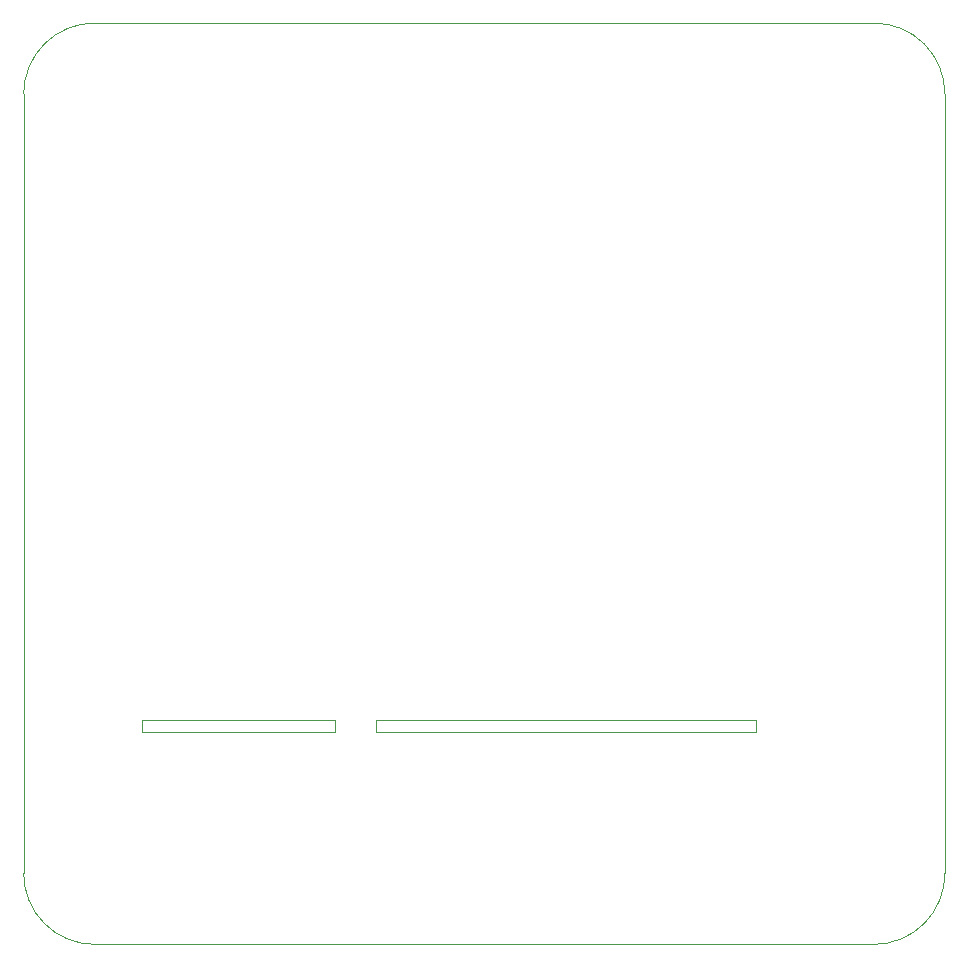
<source format=gm1>
%TF.GenerationSoftware,KiCad,Pcbnew,(6.0.1)*%
%TF.CreationDate,2022-01-24T11:40:52+04:00*%
%TF.ProjectId,BEEIRON v0.0,42454549-524f-44e2-9076-302e302e6b69,rev?*%
%TF.SameCoordinates,Original*%
%TF.FileFunction,Profile,NP*%
%FSLAX46Y46*%
G04 Gerber Fmt 4.6, Leading zero omitted, Abs format (unit mm)*
G04 Created by KiCad (PCBNEW (6.0.1)) date 2022-01-24 11:40:52*
%MOMM*%
%LPD*%
G01*
G04 APERTURE LIST*
%TA.AperFunction,Profile*%
%ADD10C,0.100000*%
%TD*%
G04 APERTURE END LIST*
D10*
X181000000Y-64000000D02*
G75*
G03*
X175000000Y-58000000I-5999999J1D01*
G01*
X181000000Y-130000000D02*
X181000000Y-64000000D01*
X103000000Y-64000000D02*
X103000000Y-130000000D01*
X109000000Y-58000000D02*
G75*
G03*
X103000000Y-64000000I-1J-5999999D01*
G01*
X132800000Y-117000000D02*
X165000000Y-117000000D01*
X129400000Y-117000000D02*
X113000000Y-117000000D01*
X132800000Y-117000000D02*
X132800000Y-118000000D01*
X113000000Y-117000000D02*
X113000000Y-118000000D01*
X165000000Y-118000000D02*
X132800000Y-118000000D01*
X103000000Y-130000000D02*
G75*
G03*
X109000000Y-136000000I5999999J-1D01*
G01*
X175000000Y-58000000D02*
X109000000Y-58000000D01*
X113000000Y-118000000D02*
X129400000Y-118000000D01*
X109000000Y-136000000D02*
X175000000Y-136000000D01*
X175000000Y-136000000D02*
G75*
G03*
X181000000Y-130000000I1J5999999D01*
G01*
X129400000Y-117000000D02*
X129400000Y-118000000D01*
X165000000Y-117000000D02*
X165000000Y-118000000D01*
M02*

</source>
